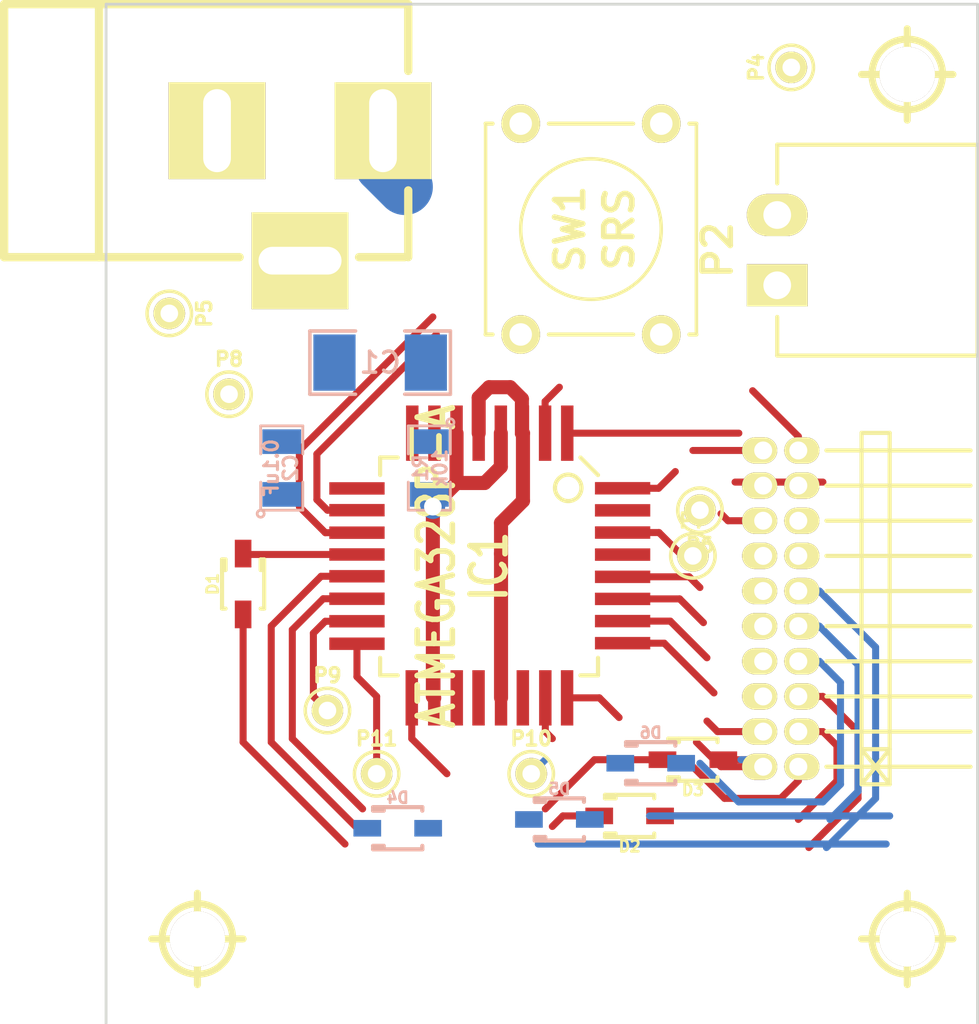
<source format=kicad_pcb>
(kicad_pcb (version 3) (host pcbnew "(2014-01-10 BZR 4027)-stable")

  (general
    (links 52)
    (no_connects 44)
    (area 95.734999 97.53092 132.155001 137.8204)
    (thickness 1.6)
    (drawings 3)
    (tracks 117)
    (zones 0)
    (modules 25)
    (nets 32)
  )

  (page A3)
  (layers
    (15 F.Cu signal)
    (0 B.Cu signal)
    (16 B.Adhes user)
    (17 F.Adhes user)
    (18 B.Paste user)
    (19 F.Paste user)
    (20 B.SilkS user)
    (21 F.SilkS user)
    (22 B.Mask user)
    (23 F.Mask user)
    (24 Dwgs.User user)
    (25 Cmts.User user)
    (26 Eco1.User user)
    (27 Eco2.User user)
    (28 Edge.Cuts user)
  )

  (setup
    (last_trace_width 0.254)
    (trace_clearance 0.254)
    (zone_clearance 0.508)
    (zone_45_only no)
    (trace_min 0.254)
    (segment_width 0.2)
    (edge_width 0.1)
    (via_size 0.889)
    (via_drill 0.635)
    (via_min_size 0.889)
    (via_min_drill 0.508)
    (uvia_size 0.508)
    (uvia_drill 0.127)
    (uvias_allowed no)
    (uvia_min_size 0.508)
    (uvia_min_drill 0.127)
    (pcb_text_width 0.3)
    (pcb_text_size 1.5 1.5)
    (mod_edge_width 0.15)
    (mod_text_size 1 1)
    (mod_text_width 0.15)
    (pad_size 1.524 2.19964)
    (pad_drill 1.00076)
    (pad_to_mask_clearance 0)
    (aux_axis_origin 100.076 100.076)
    (visible_elements 7FFE3BFF)
    (pcbplotparams
      (layerselection 284196865)
      (usegerberextensions true)
      (excludeedgelayer true)
      (linewidth 0.150000)
      (plotframeref false)
      (viasonmask false)
      (mode 1)
      (useauxorigin false)
      (hpglpennumber 1)
      (hpglpenspeed 20)
      (hpglpendiameter 15)
      (hpglpenoverlay 2)
      (psnegative false)
      (psa4output false)
      (plotreference true)
      (plotvalue true)
      (plotothertext true)
      (plotinvisibletext false)
      (padsonsilk false)
      (subtractmaskfromsilk false)
      (outputformat 1)
      (mirror false)
      (drillshape 0)
      (scaleselection 1)
      (outputdirectory D:/Tests/workspace/4DMC-Model/Firmware/cc-pcb/cc-pcb/))
  )

  (net 0 "")
  (net 1 GND)
  (net 2 N-0000010)
  (net 3 N-0000011)
  (net 4 N-0000012)
  (net 5 N-0000013)
  (net 6 N-0000014)
  (net 7 N-0000015)
  (net 8 N-0000016)
  (net 9 N-0000017)
  (net 10 N-0000018)
  (net 11 N-0000019)
  (net 12 N-000002)
  (net 13 N-0000020)
  (net 14 N-0000021)
  (net 15 N-0000022)
  (net 16 N-0000023)
  (net 17 N-0000024)
  (net 18 N-0000025)
  (net 19 N-0000026)
  (net 20 N-0000027)
  (net 21 N-000003)
  (net 22 N-0000030)
  (net 23 N-0000031)
  (net 24 N-0000033)
  (net 25 N-000004)
  (net 26 N-000005)
  (net 27 N-000006)
  (net 28 N-000007)
  (net 29 N-000008)
  (net 30 N-000009)
  (net 31 VCC)

  (net_class Default "This is the default net class."
    (clearance 0.254)
    (trace_width 0.254)
    (via_dia 0.889)
    (via_drill 0.635)
    (uvia_dia 0.508)
    (uvia_drill 0.127)
    (add_net "")
    (add_net N-0000010)
    (add_net N-0000011)
    (add_net N-0000012)
    (add_net N-0000013)
    (add_net N-0000014)
    (add_net N-0000015)
    (add_net N-0000016)
    (add_net N-0000017)
    (add_net N-0000018)
    (add_net N-0000019)
    (add_net N-000002)
    (add_net N-0000020)
    (add_net N-0000021)
    (add_net N-0000022)
    (add_net N-0000023)
    (add_net N-0000024)
    (add_net N-0000025)
    (add_net N-0000026)
    (add_net N-0000027)
    (add_net N-000003)
    (add_net N-0000030)
    (add_net N-0000031)
    (add_net N-0000033)
    (add_net N-000004)
    (add_net N-000005)
    (add_net N-000006)
    (add_net N-000007)
    (add_net N-000008)
    (add_net N-000009)
  )

  (net_class PWR ""
    (clearance 0.508)
    (trace_width 2.032)
    (via_dia 0.889)
    (via_drill 0.635)
    (uvia_dia 0.508)
    (uvia_drill 0.127)
  )

  (net_class PWRIC ""
    (clearance 0.254)
    (trace_width 0.508)
    (via_dia 0.889)
    (via_drill 0.635)
    (uvia_dia 0.508)
    (uvia_drill 0.127)
    (add_net GND)
    (add_net VCC)
  )

  (module SM1206 (layer B.Cu) (tedit 42806E24) (tstamp 54086CD2)
    (at 109.982 113.03 180)
    (path /53FCF596)
    (attr smd)
    (fp_text reference C1 (at 0 0 180) (layer B.SilkS)
      (effects (font (size 0.762 0.762) (thickness 0.127)) (justify mirror))
    )
    (fp_text value 10uF (at 0 0 180) (layer B.SilkS) hide
      (effects (font (size 0.762 0.762) (thickness 0.127)) (justify mirror))
    )
    (fp_line (start -2.54 1.143) (end -2.54 -1.143) (layer B.SilkS) (width 0.127))
    (fp_line (start -2.54 -1.143) (end -0.889 -1.143) (layer B.SilkS) (width 0.127))
    (fp_line (start 0.889 1.143) (end 2.54 1.143) (layer B.SilkS) (width 0.127))
    (fp_line (start 2.54 1.143) (end 2.54 -1.143) (layer B.SilkS) (width 0.127))
    (fp_line (start 2.54 -1.143) (end 0.889 -1.143) (layer B.SilkS) (width 0.127))
    (fp_line (start -0.889 1.143) (end -2.54 1.143) (layer B.SilkS) (width 0.127))
    (pad 1 smd rect (at -1.651 0 180) (size 1.524 2.032)
      (layers B.Cu B.Paste B.Mask)
      (net 31 VCC)
    )
    (pad 2 smd rect (at 1.651 0 180) (size 1.524 2.032)
      (layers B.Cu B.Paste B.Mask)
      (net 1 GND)
    )
    (model smd/chip_cms.wrl
      (at (xyz 0 0 0))
      (scale (xyz 0.17 0.16 0.16))
      (rotate (xyz 0 0 0))
    )
  )

  (module SM0805 (layer B.Cu) (tedit 54573F2D) (tstamp 542AF8C8)
    (at 111.76 116.84 270)
    (path /53FCE49F)
    (attr smd)
    (fp_text reference R1 (at 0 0.3175 270) (layer B.SilkS)
      (effects (font (size 0.50038 0.50038) (thickness 0.10922)) (justify mirror))
    )
    (fp_text value 10k (at 0 -0.381 270) (layer B.SilkS)
      (effects (font (size 0.50038 0.50038) (thickness 0.10922)) (justify mirror))
    )
    (fp_circle (center -1.651 -0.762) (end -1.651 -0.635) (layer B.SilkS) (width 0.09906))
    (fp_line (start -0.508 -0.762) (end -1.524 -0.762) (layer B.SilkS) (width 0.09906))
    (fp_line (start -1.524 -0.762) (end -1.524 0.762) (layer B.SilkS) (width 0.09906))
    (fp_line (start -1.524 0.762) (end -0.508 0.762) (layer B.SilkS) (width 0.09906))
    (fp_line (start 0.508 0.762) (end 1.524 0.762) (layer B.SilkS) (width 0.09906))
    (fp_line (start 1.524 0.762) (end 1.524 -0.762) (layer B.SilkS) (width 0.09906))
    (fp_line (start 1.524 -0.762) (end 0.508 -0.762) (layer B.SilkS) (width 0.09906))
    (pad 1 smd rect (at -0.9525 0 270) (size 0.889 1.397)
      (layers B.Cu B.Paste B.Mask)
      (net 31 VCC)
    )
    (pad 2 smd rect (at 0.9525 0 270) (size 0.889 1.397)
      (layers B.Cu B.Paste B.Mask)
      (net 3 N-0000011)
    )
    (model smd/chip_cms.wrl
      (at (xyz 0 0 0))
      (scale (xyz 0.1 0.1 0.1))
      (rotate (xyz 0 0 0))
    )
  )

  (module SM0805 (layer B.Cu) (tedit 5091495C) (tstamp 54574AF1)
    (at 106.426 116.84 90)
    (path /53FCE3B4)
    (attr smd)
    (fp_text reference C2 (at 0 0.3175 90) (layer B.SilkS)
      (effects (font (size 0.50038 0.50038) (thickness 0.10922)) (justify mirror))
    )
    (fp_text value 0.1uF (at 0 -0.381 90) (layer B.SilkS)
      (effects (font (size 0.50038 0.50038) (thickness 0.10922)) (justify mirror))
    )
    (fp_circle (center -1.651 -0.762) (end -1.651 -0.635) (layer B.SilkS) (width 0.09906))
    (fp_line (start -0.508 -0.762) (end -1.524 -0.762) (layer B.SilkS) (width 0.09906))
    (fp_line (start -1.524 -0.762) (end -1.524 0.762) (layer B.SilkS) (width 0.09906))
    (fp_line (start -1.524 0.762) (end -0.508 0.762) (layer B.SilkS) (width 0.09906))
    (fp_line (start 0.508 0.762) (end 1.524 0.762) (layer B.SilkS) (width 0.09906))
    (fp_line (start 1.524 0.762) (end 1.524 -0.762) (layer B.SilkS) (width 0.09906))
    (fp_line (start 1.524 -0.762) (end 0.508 -0.762) (layer B.SilkS) (width 0.09906))
    (pad 1 smd rect (at -0.9525 0 90) (size 0.889 1.397)
      (layers B.Cu B.Paste B.Mask)
      (net 3 N-0000011)
    )
    (pad 2 smd rect (at 0.9525 0 90) (size 0.889 1.397)
      (layers B.Cu B.Paste B.Mask)
      (net 4 N-0000012)
    )
    (model smd/chip_cms.wrl
      (at (xyz 0 0 0))
      (scale (xyz 0.1 0.1 0.1))
      (rotate (xyz 0 0 0))
    )
  )

  (module hole_2mm (layer F.Cu) (tedit 543133C4) (tstamp 542C63A6)
    (at 129.032 102.616)
    (descr "Hole 2mm")
    (fp_text reference H1 (at 0 -2.794) (layer F.SilkS) hide
      (effects (font (size 1.524 1.524) (thickness 0.3048)))
    )
    (fp_text value "" (at 0 2.54) (layer F.SilkS)
      (effects (font (size 1.524 1.524) (thickness 0.3048)))
    )
    (fp_line (start 0 -1.651) (end 0 1.651) (layer F.SilkS) (width 0.254))
    (fp_line (start -1.651 0) (end 1.651 0) (layer F.SilkS) (width 0.254))
    (fp_circle (center 0 0) (end 1.27 -0.127) (layer F.SilkS) (width 0.254))
    (pad 1 thru_hole circle (at 0 0) (size 1.99898 1.99898) (drill 1.99898)
      (layers *.Cu F.SilkS)
    )
    (model walter/details/hole.wrl
      (at (xyz 0 0 0))
      (scale (xyz 1 1 1))
      (rotate (xyz 0 0 0))
    )
  )

  (module hole_2mm (layer F.Cu) (tedit 543133CC) (tstamp 542C63B5)
    (at 129.032 133.858)
    (descr "Hole 2mm")
    (fp_text reference H2 (at 0 -2.794) (layer F.SilkS) hide
      (effects (font (size 1.524 1.524) (thickness 0.3048)))
    )
    (fp_text value "" (at 0 2.54) (layer F.SilkS)
      (effects (font (size 1.524 1.524) (thickness 0.3048)))
    )
    (fp_line (start 0 -1.651) (end 0 1.651) (layer F.SilkS) (width 0.254))
    (fp_line (start -1.651 0) (end 1.651 0) (layer F.SilkS) (width 0.254))
    (fp_circle (center 0 0) (end 1.27 -0.127) (layer F.SilkS) (width 0.254))
    (pad 1 thru_hole circle (at 0 0) (size 1.99898 1.99898) (drill 1.99898)
      (layers *.Cu F.SilkS)
    )
    (model walter/details/hole.wrl
      (at (xyz 0 0 0))
      (scale (xyz 1 1 1))
      (rotate (xyz 0 0 0))
    )
  )

  (module hole_2mm (layer F.Cu) (tedit 543133D6) (tstamp 542C63D4)
    (at 103.378 133.858)
    (descr "Hole 2mm")
    (fp_text reference H3 (at 0 -2.794) (layer F.SilkS) hide
      (effects (font (size 1.524 1.524) (thickness 0.3048)))
    )
    (fp_text value "" (at 0 2.54) (layer F.SilkS)
      (effects (font (size 1.524 1.524) (thickness 0.3048)))
    )
    (fp_line (start 0 -1.651) (end 0 1.651) (layer F.SilkS) (width 0.254))
    (fp_line (start -1.651 0) (end 1.651 0) (layer F.SilkS) (width 0.254))
    (fp_circle (center 0 0) (end 1.27 -0.127) (layer F.SilkS) (width 0.254))
    (pad 1 thru_hole circle (at 0 0) (size 1.99898 1.99898) (drill 1.99898)
      (layers *.Cu F.SilkS)
    )
    (model walter/details/hole.wrl
      (at (xyz 0 0 0))
      (scale (xyz 1 1 1))
      (rotate (xyz 0 0 0))
    )
  )

  (module TQFP32 (layer F.Cu) (tedit 543131AB) (tstamp 54573C7F)
    (at 113.919 120.396 270)
    (path /53F3A6E6)
    (fp_text reference IC1 (at 0 0 270) (layer F.SilkS)
      (effects (font (size 1.27 1.016) (thickness 0.2032)))
    )
    (fp_text value ATMEGA328P-A (at 0 1.905 270) (layer F.SilkS)
      (effects (font (size 1.27 1.016) (thickness 0.2032)))
    )
    (fp_line (start 3.937 3.937) (end 3.937 3.302) (layer F.SilkS) (width 0.15))
    (fp_line (start 3.302 3.937) (end 3.937 3.937) (layer F.SilkS) (width 0.15))
    (fp_line (start -3.937 3.937) (end -3.302 3.937) (layer F.SilkS) (width 0.15))
    (fp_line (start -3.937 3.302) (end -3.937 3.937) (layer F.SilkS) (width 0.15))
    (fp_line (start -3.302 -3.937) (end -3.937 -3.302) (layer F.SilkS) (width 0.15))
    (fp_line (start 3.937 -3.937) (end 3.302 -3.937) (layer F.SilkS) (width 0.15))
    (fp_line (start 3.937 -3.937) (end 3.937 -3.302) (layer F.SilkS) (width 0.15))
    (fp_line (start -5.0292 2.794) (end -3.8862 2.794) (layer F.SilkS) (width 0.1524))
    (fp_circle (center -2.83972 -2.86004) (end -2.43332 -2.60604) (layer F.SilkS) (width 0.1524))
    (pad 8 smd rect (at -4.81584 2.77622 270) (size 1.99898 0.44958)
      (layers F.Cu F.Paste F.Mask)
      (net 25 N-000004)
    )
    (pad 7 smd rect (at -4.81584 1.97612 270) (size 1.99898 0.44958)
      (layers F.Cu F.Paste F.Mask)
    )
    (pad 6 smd rect (at -4.81584 1.17602 270) (size 1.99898 0.44958)
      (layers F.Cu F.Paste F.Mask)
      (net 31 VCC)
    )
    (pad 5 smd rect (at -4.81584 0.37592 270) (size 1.99898 0.44958)
      (layers F.Cu F.Paste F.Mask)
      (net 1 GND)
    )
    (pad 4 smd rect (at -4.81584 -0.42418 270) (size 1.99898 0.44958)
      (layers F.Cu F.Paste F.Mask)
      (net 31 VCC)
    )
    (pad 3 smd rect (at -4.81584 -1.22428 270) (size 1.99898 0.44958)
      (layers F.Cu F.Paste F.Mask)
      (net 1 GND)
    )
    (pad 2 smd rect (at -4.81584 -2.02438 270) (size 1.99898 0.44958)
      (layers F.Cu F.Paste F.Mask)
      (net 20 N-0000027)
    )
    (pad 1 smd rect (at -4.81584 -2.82448 270) (size 1.99898 0.44958)
      (layers F.Cu F.Paste F.Mask)
      (net 27 N-000006)
    )
    (pad 24 smd rect (at 4.7498 -2.8194 270) (size 1.99898 0.44958)
      (layers F.Cu F.Paste F.Mask)
      (net 15 N-0000022)
    )
    (pad 17 smd rect (at 4.7498 2.794 270) (size 1.99898 0.44958)
      (layers F.Cu F.Paste F.Mask)
      (net 30 N-000009)
    )
    (pad 18 smd rect (at 4.7498 1.9812 270) (size 1.99898 0.44958)
      (layers F.Cu F.Paste F.Mask)
      (net 31 VCC)
    )
    (pad 19 smd rect (at 4.7498 1.1684 270) (size 1.99898 0.44958)
      (layers F.Cu F.Paste F.Mask)
    )
    (pad 20 smd rect (at 4.7498 0.381 270) (size 1.99898 0.44958)
      (layers F.Cu F.Paste F.Mask)
    )
    (pad 21 smd rect (at 4.7498 -0.4318 270) (size 1.99898 0.44958)
      (layers F.Cu F.Paste F.Mask)
      (net 1 GND)
    )
    (pad 22 smd rect (at 4.7498 -1.2192 270) (size 1.99898 0.44958)
      (layers F.Cu F.Paste F.Mask)
    )
    (pad 23 smd rect (at 4.7498 -2.032 270) (size 1.99898 0.44958)
      (layers F.Cu F.Paste F.Mask)
      (net 16 N-0000023)
    )
    (pad 32 smd rect (at -2.82448 -4.826 270) (size 0.44958 1.99898)
      (layers F.Cu F.Paste F.Mask)
      (net 12 N-000002)
    )
    (pad 31 smd rect (at -2.02692 -4.826 270) (size 0.44958 1.99898)
      (layers F.Cu F.Paste F.Mask)
      (net 21 N-000003)
    )
    (pad 30 smd rect (at -1.22428 -4.826 270) (size 0.44958 1.99898)
      (layers F.Cu F.Paste F.Mask)
      (net 28 N-000007)
    )
    (pad 29 smd rect (at -0.42672 -4.826 270) (size 0.44958 1.99898)
      (layers F.Cu F.Paste F.Mask)
      (net 3 N-0000011)
    )
    (pad 28 smd rect (at 0.37592 -4.826 270) (size 0.44958 1.99898)
      (layers F.Cu F.Paste F.Mask)
      (net 26 N-000005)
    )
    (pad 27 smd rect (at 1.17348 -4.826 270) (size 0.44958 1.99898)
      (layers F.Cu F.Paste F.Mask)
      (net 8 N-0000016)
    )
    (pad 26 smd rect (at 1.97612 -4.826 270) (size 0.44958 1.99898)
      (layers F.Cu F.Paste F.Mask)
      (net 9 N-0000017)
    )
    (pad 25 smd rect (at 2.77368 -4.826 270) (size 0.44958 1.99898)
      (layers F.Cu F.Paste F.Mask)
      (net 14 N-0000021)
    )
    (pad 9 smd rect (at -2.8194 4.7752 270) (size 0.44958 1.99898)
      (layers F.Cu F.Paste F.Mask)
      (net 22 N-0000030)
    )
    (pad 10 smd rect (at -2.032 4.7752 270) (size 0.44958 1.99898)
      (layers F.Cu F.Paste F.Mask)
      (net 23 N-0000031)
    )
    (pad 11 smd rect (at -1.2192 4.7752 270) (size 0.44958 1.99898)
      (layers F.Cu F.Paste F.Mask)
      (net 24 N-0000033)
    )
    (pad 12 smd rect (at -0.4318 4.7752 270) (size 0.44958 1.99898)
      (layers F.Cu F.Paste F.Mask)
      (net 19 N-0000026)
    )
    (pad 13 smd rect (at 0.3556 4.7752 270) (size 0.44958 1.99898)
      (layers F.Cu F.Paste F.Mask)
      (net 17 N-0000024)
    )
    (pad 14 smd rect (at 1.1684 4.7752 270) (size 0.44958 1.99898)
      (layers F.Cu F.Paste F.Mask)
      (net 18 N-0000025)
    )
    (pad 15 smd rect (at 1.9812 4.7752 270) (size 0.44958 1.99898)
      (layers F.Cu F.Paste F.Mask)
      (net 29 N-000008)
    )
    (pad 16 smd rect (at 2.794 4.7752 270) (size 0.44958 1.99898)
      (layers F.Cu F.Paste F.Mask)
      (net 2 N-0000010)
    )
    (model smd/tqfp32.wrl
      (at (xyz 0 0 0))
      (scale (xyz 1 1 1))
      (rotate (xyz 0 0 0))
    )
  )

  (module sod323 (layer F.Cu) (tedit 5431310D) (tstamp 5427F194)
    (at 105.029 121.031 90)
    (descr SOD323)
    (path /53F3AA52)
    (fp_text reference D1 (at 0 -1.09982 90) (layer F.SilkS)
      (effects (font (size 0.39878 0.39878) (thickness 0.09906)))
    )
    (fp_text value DIODE (at 0 1.19888 90) (layer F.SilkS) hide
      (effects (font (size 0.39878 0.39878) (thickness 0.09906)))
    )
    (fp_line (start 0.889 0.635) (end 0.889 0.762) (layer F.SilkS) (width 0.15))
    (fp_line (start 0.508 0.635) (end 0.508 0.762) (layer F.SilkS) (width 0.15))
    (fp_line (start 0.889 -0.762) (end 0.889 -0.635) (layer F.SilkS) (width 0.15))
    (fp_line (start 0.508 -0.762) (end 0.508 -0.635) (layer F.SilkS) (width 0.15))
    (fp_line (start 0.508 0.635) (end 0.889 0.635) (layer F.SilkS) (width 0.15))
    (fp_line (start 0.889 -0.635) (end 0.508 -0.635) (layer F.SilkS) (width 0.15))
    (fp_line (start -0.889 0.762) (end -0.889 0.635) (layer F.SilkS) (width 0.15))
    (fp_line (start 0.889 0.762) (end -0.889 0.762) (layer F.SilkS) (width 0.15))
    (fp_line (start -0.889 -0.762) (end -0.889 -0.635) (layer F.SilkS) (width 0.15))
    (fp_line (start 0.889 -0.762) (end -0.889 -0.762) (layer F.SilkS) (width 0.15))
    (pad 2 smd rect (at 1.09982 0 90) (size 1.00076 0.59944)
      (layers F.Cu F.Paste F.Mask)
      (net 19 N-0000026)
    )
    (pad 1 smd rect (at -1.09982 0 90) (size 1.00076 0.59944)
      (layers F.Cu F.Paste F.Mask)
      (net 7 N-0000015)
    )
    (model walter/smd_diode/sod323.wrl
      (at (xyz 0 0 0))
      (scale (xyz 1 1 1))
      (rotate (xyz 0 0 0))
    )
  )

  (module sod323 (layer F.Cu) (tedit 54313116) (tstamp 5427F185)
    (at 118.999 129.413 180)
    (descr SOD323)
    (path /53F3AAD7)
    (fp_text reference D2 (at 0 -1.09982 180) (layer F.SilkS)
      (effects (font (size 0.39878 0.39878) (thickness 0.09906)))
    )
    (fp_text value DIODE (at 0 1.19888 180) (layer F.SilkS) hide
      (effects (font (size 0.39878 0.39878) (thickness 0.09906)))
    )
    (fp_line (start 0.889 0.635) (end 0.889 0.762) (layer F.SilkS) (width 0.15))
    (fp_line (start 0.508 0.635) (end 0.508 0.762) (layer F.SilkS) (width 0.15))
    (fp_line (start 0.889 -0.762) (end 0.889 -0.635) (layer F.SilkS) (width 0.15))
    (fp_line (start 0.508 -0.762) (end 0.508 -0.635) (layer F.SilkS) (width 0.15))
    (fp_line (start 0.508 0.635) (end 0.889 0.635) (layer F.SilkS) (width 0.15))
    (fp_line (start 0.889 -0.635) (end 0.508 -0.635) (layer F.SilkS) (width 0.15))
    (fp_line (start -0.889 0.762) (end -0.889 0.635) (layer F.SilkS) (width 0.15))
    (fp_line (start 0.889 0.762) (end -0.889 0.762) (layer F.SilkS) (width 0.15))
    (fp_line (start -0.889 -0.762) (end -0.889 -0.635) (layer F.SilkS) (width 0.15))
    (fp_line (start 0.889 -0.762) (end -0.889 -0.762) (layer F.SilkS) (width 0.15))
    (pad 2 smd rect (at 1.09982 0 180) (size 1.00076 0.59944)
      (layers F.Cu F.Paste F.Mask)
      (net 17 N-0000024)
    )
    (pad 1 smd rect (at -1.09982 0 180) (size 1.00076 0.59944)
      (layers F.Cu F.Paste F.Mask)
      (net 6 N-0000014)
    )
    (model walter/smd_diode/sod323.wrl
      (at (xyz 0 0 0))
      (scale (xyz 1 1 1))
      (rotate (xyz 0 0 0))
    )
  )

  (module sod323 (layer F.Cu) (tedit 54313120) (tstamp 542AF62B)
    (at 121.285 127.381 180)
    (descr SOD323)
    (path /53F3ACD2)
    (fp_text reference D3 (at 0 -1.09982 180) (layer F.SilkS)
      (effects (font (size 0.39878 0.39878) (thickness 0.09906)))
    )
    (fp_text value DIODE (at 0 1.19888 180) (layer F.SilkS) hide
      (effects (font (size 0.39878 0.39878) (thickness 0.09906)))
    )
    (fp_line (start 0.889 0.635) (end 0.889 0.762) (layer F.SilkS) (width 0.15))
    (fp_line (start 0.508 0.635) (end 0.508 0.762) (layer F.SilkS) (width 0.15))
    (fp_line (start 0.889 -0.762) (end 0.889 -0.635) (layer F.SilkS) (width 0.15))
    (fp_line (start 0.508 -0.762) (end 0.508 -0.635) (layer F.SilkS) (width 0.15))
    (fp_line (start 0.508 0.635) (end 0.889 0.635) (layer F.SilkS) (width 0.15))
    (fp_line (start 0.889 -0.635) (end 0.508 -0.635) (layer F.SilkS) (width 0.15))
    (fp_line (start -0.889 0.762) (end -0.889 0.635) (layer F.SilkS) (width 0.15))
    (fp_line (start 0.889 0.762) (end -0.889 0.762) (layer F.SilkS) (width 0.15))
    (fp_line (start -0.889 -0.762) (end -0.889 -0.635) (layer F.SilkS) (width 0.15))
    (fp_line (start 0.889 -0.762) (end -0.889 -0.762) (layer F.SilkS) (width 0.15))
    (pad 2 smd rect (at 1.09982 0 180) (size 1.00076 0.59944)
      (layers F.Cu F.Paste F.Mask)
      (net 18 N-0000025)
    )
    (pad 1 smd rect (at -1.09982 0 180) (size 1.00076 0.59944)
      (layers F.Cu F.Paste F.Mask)
      (net 5 N-0000013)
    )
    (model walter/smd_diode/sod323.wrl
      (at (xyz 0 0 0))
      (scale (xyz 1 1 1))
      (rotate (xyz 0 0 0))
    )
  )

  (module sod323 (layer B.Cu) (tedit 54313158) (tstamp 5457E99B)
    (at 110.617 129.8575 180)
    (descr SOD323)
    (path /53F3ACD8)
    (fp_text reference D4 (at 0 1.09982 180) (layer B.SilkS)
      (effects (font (size 0.39878 0.39878) (thickness 0.09906)) (justify mirror))
    )
    (fp_text value DIODE (at 0 -1.19888 180) (layer B.SilkS) hide
      (effects (font (size 0.39878 0.39878) (thickness 0.09906)) (justify mirror))
    )
    (fp_line (start 0.889 -0.635) (end 0.889 -0.762) (layer B.SilkS) (width 0.15))
    (fp_line (start 0.508 -0.635) (end 0.508 -0.762) (layer B.SilkS) (width 0.15))
    (fp_line (start 0.889 0.762) (end 0.889 0.635) (layer B.SilkS) (width 0.15))
    (fp_line (start 0.508 0.762) (end 0.508 0.635) (layer B.SilkS) (width 0.15))
    (fp_line (start 0.508 -0.635) (end 0.889 -0.635) (layer B.SilkS) (width 0.15))
    (fp_line (start 0.889 0.635) (end 0.508 0.635) (layer B.SilkS) (width 0.15))
    (fp_line (start -0.889 -0.762) (end -0.889 -0.635) (layer B.SilkS) (width 0.15))
    (fp_line (start 0.889 -0.762) (end -0.889 -0.762) (layer B.SilkS) (width 0.15))
    (fp_line (start -0.889 0.762) (end -0.889 0.635) (layer B.SilkS) (width 0.15))
    (fp_line (start 0.889 0.762) (end -0.889 0.762) (layer B.SilkS) (width 0.15))
    (pad 2 smd rect (at 1.09982 0 180) (size 1.00076 0.59944)
      (layers B.Cu B.Paste B.Mask)
      (net 29 N-000008)
    )
    (pad 1 smd rect (at -1.09982 0 180) (size 1.00076 0.59944)
      (layers B.Cu B.Paste B.Mask)
      (net 11 N-0000019)
    )
    (model walter/smd_diode/sod323.wrl
      (at (xyz 0 0 0))
      (scale (xyz 1 1 1))
      (rotate (xyz 0 0 0))
    )
  )

  (module sod323 (layer B.Cu) (tedit 54313148) (tstamp 5457E98A)
    (at 116.459 129.54 180)
    (descr SOD323)
    (path /53F3ACEC)
    (fp_text reference D5 (at 0 1.09982 180) (layer B.SilkS)
      (effects (font (size 0.39878 0.39878) (thickness 0.09906)) (justify mirror))
    )
    (fp_text value DIODE (at 0 -1.19888 180) (layer B.SilkS) hide
      (effects (font (size 0.39878 0.39878) (thickness 0.09906)) (justify mirror))
    )
    (fp_line (start 0.889 -0.635) (end 0.889 -0.762) (layer B.SilkS) (width 0.15))
    (fp_line (start 0.508 -0.635) (end 0.508 -0.762) (layer B.SilkS) (width 0.15))
    (fp_line (start 0.889 0.762) (end 0.889 0.635) (layer B.SilkS) (width 0.15))
    (fp_line (start 0.508 0.762) (end 0.508 0.635) (layer B.SilkS) (width 0.15))
    (fp_line (start 0.508 -0.635) (end 0.889 -0.635) (layer B.SilkS) (width 0.15))
    (fp_line (start 0.889 0.635) (end 0.508 0.635) (layer B.SilkS) (width 0.15))
    (fp_line (start -0.889 -0.762) (end -0.889 -0.635) (layer B.SilkS) (width 0.15))
    (fp_line (start 0.889 -0.762) (end -0.889 -0.762) (layer B.SilkS) (width 0.15))
    (fp_line (start -0.889 0.762) (end -0.889 0.635) (layer B.SilkS) (width 0.15))
    (fp_line (start 0.889 0.762) (end -0.889 0.762) (layer B.SilkS) (width 0.15))
    (pad 2 smd rect (at 1.09982 0 180) (size 1.00076 0.59944)
      (layers B.Cu B.Paste B.Mask)
      (net 2 N-0000010)
    )
    (pad 1 smd rect (at -1.09982 0 180) (size 1.00076 0.59944)
      (layers B.Cu B.Paste B.Mask)
      (net 10 N-0000018)
    )
    (model walter/smd_diode/sod323.wrl
      (at (xyz 0 0 0))
      (scale (xyz 1 1 1))
      (rotate (xyz 0 0 0))
    )
  )

  (module sod323 (layer B.Cu) (tedit 5431312F) (tstamp 54086CC6)
    (at 119.761 127.508 180)
    (descr SOD323)
    (path /53F3ACF3)
    (fp_text reference D6 (at 0 1.09982 180) (layer B.SilkS)
      (effects (font (size 0.39878 0.39878) (thickness 0.09906)) (justify mirror))
    )
    (fp_text value DIODE (at 0 -1.19888 180) (layer B.SilkS) hide
      (effects (font (size 0.39878 0.39878) (thickness 0.09906)) (justify mirror))
    )
    (fp_line (start 0.889 -0.635) (end 0.889 -0.762) (layer B.SilkS) (width 0.15))
    (fp_line (start 0.508 -0.635) (end 0.508 -0.762) (layer B.SilkS) (width 0.15))
    (fp_line (start 0.889 0.762) (end 0.889 0.635) (layer B.SilkS) (width 0.15))
    (fp_line (start 0.508 0.762) (end 0.508 0.635) (layer B.SilkS) (width 0.15))
    (fp_line (start 0.508 -0.635) (end 0.889 -0.635) (layer B.SilkS) (width 0.15))
    (fp_line (start 0.889 0.635) (end 0.508 0.635) (layer B.SilkS) (width 0.15))
    (fp_line (start -0.889 -0.762) (end -0.889 -0.635) (layer B.SilkS) (width 0.15))
    (fp_line (start 0.889 -0.762) (end -0.889 -0.762) (layer B.SilkS) (width 0.15))
    (fp_line (start -0.889 0.762) (end -0.889 0.635) (layer B.SilkS) (width 0.15))
    (fp_line (start 0.889 0.762) (end -0.889 0.762) (layer B.SilkS) (width 0.15))
    (pad 2 smd rect (at 1.09982 0 180) (size 1.00076 0.59944)
      (layers B.Cu B.Paste B.Mask)
      (net 30 N-000009)
    )
    (pad 1 smd rect (at -1.09982 0 180) (size 1.00076 0.59944)
      (layers B.Cu B.Paste B.Mask)
      (net 13 N-0000020)
    )
    (model walter/smd_diode/sod323.wrl
      (at (xyz 0 0 0))
      (scale (xyz 1 1 1))
      (rotate (xyz 0 0 0))
    )
  )

  (module BARREL_JACK (layer F.Cu) (tedit 54313236) (tstamp 54155EB4)
    (at 103.886 104.648)
    (descr "DC Barrel Jack")
    (tags "Power Jack")
    (path /53FA2BF3)
    (fp_text reference CON1 (at 10.09904 0 90) (layer F.SilkS) hide
      (effects (font (size 1.016 1.016) (thickness 0.2032)))
    )
    (fp_text value BARREL_JACK (at 0 -5.99948) (layer F.SilkS) hide
      (effects (font (size 1.016 1.016) (thickness 0.2032)))
    )
    (fp_line (start -7.493 4.572) (end 1.016 4.572) (layer F.SilkS) (width 0.3))
    (fp_line (start -7.493 -4.572) (end -7.493 4.572) (layer F.SilkS) (width 0.3))
    (fp_line (start -4.064 -4.572) (end -4.064 4.572) (layer F.SilkS) (width 0.3))
    (fp_line (start 7.112 -4.572) (end -7.493 -4.572) (layer F.SilkS) (width 0.3))
    (fp_line (start 7.112 -2.159) (end 7.112 -4.572) (layer F.SilkS) (width 0.3))
    (fp_line (start 7.112 4.572) (end 7.112 2.159) (layer F.SilkS) (width 0.3))
    (fp_line (start 6.985 4.572) (end 5.334 4.572) (layer F.SilkS) (width 0.3))
    (pad 1 thru_hole rect (at 6.20014 0) (size 3.50012 3.50012) (drill oval 1.00076 2.99974)
      (layers *.Cu *.Mask F.SilkS)
      (net 31 VCC)
    )
    (pad 2 thru_hole rect (at 0.20066 0) (size 3.50012 3.50012) (drill oval 1.00076 2.99974)
      (layers *.Cu *.Mask F.SilkS)
      (net 1 GND)
    )
    (pad 3 thru_hole rect (at 3.2004 4.699) (size 3.50012 3.50012) (drill oval 2.99974 1.00076)
      (layers *.Cu *.Mask F.SilkS)
      (net 1 GND)
    )
  )

  (module SW_PUSH_SMALL (layer F.Cu) (tedit 542EFF15) (tstamp 54086C72)
    (at 117.602 108.204 90)
    (path /53FA22FD)
    (fp_text reference SW1 (at 0 -0.762 90) (layer F.SilkS)
      (effects (font (size 1.016 1.016) (thickness 0.2032)))
    )
    (fp_text value SRS (at 0 1.016 90) (layer F.SilkS)
      (effects (font (size 1.016 1.016) (thickness 0.2032)))
    )
    (fp_line (start -3.81 3.81) (end -3.81 3.556) (layer F.SilkS) (width 0.15))
    (fp_line (start -3.81 -1.524) (end -3.81 1.524) (layer F.SilkS) (width 0.15))
    (fp_line (start -3.81 -3.81) (end -3.81 -3.556) (layer F.SilkS) (width 0.15))
    (fp_line (start 3.81 3.81) (end 3.81 3.556) (layer F.SilkS) (width 0.15))
    (fp_line (start 3.81 -1.524) (end 3.81 1.524) (layer F.SilkS) (width 0.15))
    (fp_line (start 3.81 -3.81) (end 3.81 -3.556) (layer F.SilkS) (width 0.15))
    (fp_circle (center 0 0) (end 0 -2.54) (layer F.SilkS) (width 0.127))
    (fp_line (start -3.81 -3.81) (end 3.81 -3.81) (layer F.SilkS) (width 0.127))
    (fp_line (start 3.81 3.81) (end -3.81 3.81) (layer F.SilkS) (width 0.127))
    (pad 1 thru_hole circle (at 3.81 -2.54 90) (size 1.397 1.397) (drill 0.8128)
      (layers *.Cu *.Mask F.SilkS)
      (net 25 N-000004)
    )
    (pad 2 thru_hole circle (at 3.81 2.54 90) (size 1.397 1.397) (drill 0.8128)
      (layers *.Cu *.Mask F.SilkS)
      (net 1 GND)
    )
    (pad 1 thru_hole circle (at -3.81 -2.54 90) (size 1.397 1.397) (drill 0.8128)
      (layers *.Cu *.Mask F.SilkS)
      (net 25 N-000004)
    )
    (pad 2 thru_hole circle (at -3.81 2.54 90) (size 1.397 1.397) (drill 0.8128)
      (layers *.Cu *.Mask F.SilkS)
      (net 1 GND)
    )
  )

  (module pin_strip_1.27mm_10x2_90b (layer F.Cu) (tedit 544A21BE) (tstamp 544A5C57)
    (at 124.46 121.92 90)
    (descr "Pin strip 1.27mm 10x2pin 90°")
    (tags "CONN DEV")
    (path /5424217B)
    (fp_text reference P1 (at 0 -2.3 90) (layer F.SilkS) hide
      (effects (font (size 1 1) (thickness 0.15)))
    )
    (fp_text value CONN_20 (at 0 -3.8 90) (layer F.SilkS) hide
      (effects (font (size 1 1) (thickness 0.15)))
    )
    (fp_line (start -6.35 3.937) (end -5.08 2.921) (layer F.SilkS) (width 0.15))
    (fp_line (start -6.35 2.921) (end -5.08 3.937) (layer F.SilkS) (width 0.15))
    (fp_line (start -5.08 2.921) (end -5.08 3.937) (layer F.SilkS) (width 0.15))
    (fp_line (start -6.35 2.921) (end -6.35 3.937) (layer F.SilkS) (width 0.15))
    (fp_line (start 6.35 3.937) (end -6.35 3.937) (layer F.SilkS) (width 0.15))
    (fp_line (start 6.35 2.921) (end 6.35 3.937) (layer F.SilkS) (width 0.15))
    (fp_line (start -6.35 2.921) (end 6.35 2.921) (layer F.SilkS) (width 0.15))
    (fp_line (start 5.715 1.651) (end 5.715 6.858) (layer F.SilkS) (width 0.15))
    (fp_line (start 4.445 1.651) (end 4.445 6.858) (layer F.SilkS) (width 0.15))
    (fp_line (start 3.175 1.651) (end 3.175 6.858) (layer F.SilkS) (width 0.15))
    (fp_line (start 1.905 1.651) (end 1.905 6.858) (layer F.SilkS) (width 0.15))
    (fp_line (start 0.635 1.651) (end 0.635 6.858) (layer F.SilkS) (width 0.15))
    (fp_line (start -0.635 1.651) (end -0.635 6.858) (layer F.SilkS) (width 0.15))
    (fp_line (start -1.905 1.651) (end -1.905 6.858) (layer F.SilkS) (width 0.15))
    (fp_line (start -3.175 1.651) (end -3.175 6.858) (layer F.SilkS) (width 0.15))
    (fp_line (start -5.715 1.651) (end -5.715 6.858) (layer F.SilkS) (width 0.15))
    (fp_line (start -4.445 1.651) (end -4.445 6.858) (layer F.SilkS) (width 0.15))
    (pad 1 thru_hole oval (at -5.715 0.635 90) (size 0.95 1.27) (drill 0.6477 (offset 0 0.127))
      (layers *.Cu *.Mask F.SilkS)
      (net 5 N-0000013)
    )
    (pad 2 thru_hole oval (at -5.715 -0.635 90) (size 0.95 1.27) (drill 0.6477 (offset 0 -0.127))
      (layers *.Cu *.Mask F.SilkS)
      (net 16 N-0000023)
    )
    (pad 3 thru_hole oval (at -4.445 0.635 90) (size 0.95 1.27) (drill 0.6477 (offset 0 0.127))
      (layers *.Cu *.Mask F.SilkS)
      (net 6 N-0000014)
    )
    (pad 4 thru_hole oval (at -4.445 -0.635 90) (size 0.95 1.27) (drill 0.6477 (offset 0 -0.127))
      (layers *.Cu *.Mask F.SilkS)
      (net 15 N-0000022)
    )
    (pad 5 thru_hole oval (at -3.175 0.635 90) (size 0.95 1.27) (drill 0.6477 (offset 0 0.127))
      (layers *.Cu *.Mask F.SilkS)
      (net 7 N-0000015)
    )
    (pad 6 thru_hole oval (at -3.175 -0.635 90) (size 0.95 1.27) (drill 0.6477 (offset 0 -0.127))
      (layers *.Cu *.Mask F.SilkS)
      (net 14 N-0000021)
    )
    (pad 7 thru_hole oval (at -1.905 0.635 90) (size 0.95 1.27) (drill 0.6477 (offset 0 0.127))
      (layers *.Cu *.Mask F.SilkS)
      (net 13 N-0000020)
    )
    (pad 8 thru_hole oval (at -1.905 -0.635 90) (size 0.95 1.27) (drill 0.6477 (offset 0 -0.127))
      (layers *.Cu *.Mask F.SilkS)
      (net 9 N-0000017)
    )
    (pad 10 thru_hole oval (at -0.635 -0.635 90) (size 0.95 1.27) (drill 0.6477 (offset 0 -0.127))
      (layers *.Cu *.Mask F.SilkS)
      (net 8 N-0000016)
    )
    (pad 12 thru_hole oval (at 0.635 -0.635 90) (size 0.95 1.27) (drill 0.6477 (offset 0 -0.127))
      (layers *.Cu *.Mask F.SilkS)
      (net 26 N-000005)
    )
    (pad 14 thru_hole oval (at 1.905 -0.635 90) (size 0.95 1.27) (drill 0.6477 (offset 0 -0.127))
      (layers *.Cu *.Mask F.SilkS)
      (net 28 N-000007)
    )
    (pad 16 thru_hole oval (at 3.175 -0.635 90) (size 0.95 1.27) (drill 0.6477 (offset 0 -0.127))
      (layers *.Cu *.Mask F.SilkS)
      (net 21 N-000003)
    )
    (pad 18 thru_hole oval (at 4.445 -0.635 90) (size 0.95 1.27) (drill 0.6477 (offset 0 -0.127))
      (layers *.Cu *.Mask F.SilkS)
      (net 12 N-000002)
    )
    (pad 20 thru_hole oval (at 5.715 -0.635 90) (size 0.95 1.27) (drill 0.6477 (offset 0 -0.127))
      (layers *.Cu *.Mask F.SilkS)
      (net 27 N-000006)
    )
    (pad 9 thru_hole oval (at -0.635 0.635 90) (size 0.95 1.27) (drill 0.6477 (offset 0 0.127))
      (layers *.Cu *.Mask F.SilkS)
      (net 10 N-0000018)
    )
    (pad 11 thru_hole oval (at 0.635 0.635 90) (size 0.95 1.27) (drill 0.6477 (offset 0 0.127))
      (layers *.Cu *.Mask F.SilkS)
      (net 11 N-0000019)
    )
    (pad 13 thru_hole oval (at 1.905 0.635 90) (size 0.95 1.27) (drill 0.6477 (offset 0 0.127))
      (layers *.Cu *.Mask F.SilkS)
      (net 24 N-0000033)
    )
    (pad 15 thru_hole oval (at 3.175 0.635 90) (size 0.95 1.27) (drill 0.6477 (offset 0 0.127))
      (layers *.Cu *.Mask F.SilkS)
      (net 23 N-0000031)
    )
    (pad 17 thru_hole oval (at 4.445 0.635 90) (size 0.95 1.27) (drill 0.6477 (offset 0 0.127))
      (layers *.Cu *.Mask F.SilkS)
      (net 22 N-0000030)
    )
    (pad 19 thru_hole oval (at 5.715 0.635 90) (size 0.95 1.27) (drill 0.6477 (offset 0 0.127))
      (layers *.Cu *.Mask F.SilkS)
      (net 20 N-0000027)
    )
  )

  (module PINTST (layer F.Cu) (tedit 3D649DF9) (tstamp 54551DFE)
    (at 121.285 120.015)
    (descr "module 1 pin (ou trou mecanique de percage)")
    (tags DEV)
    (path /54551C65)
    (fp_text reference P7 (at 0 -1.26746) (layer F.SilkS)
      (effects (font (size 0.508 0.508) (thickness 0.127)))
    )
    (fp_text value CONN_1 (at 0 1.27) (layer F.SilkS) hide
      (effects (font (size 0.508 0.508) (thickness 0.127)))
    )
    (fp_circle (center 0 0) (end -0.254 -0.762) (layer F.SilkS) (width 0.127))
    (pad 1 thru_hole circle (at 0 0) (size 1.143 1.143) (drill 0.635)
      (layers *.Cu *.Mask F.SilkS)
      (net 28 N-000007)
    )
    (model Pin_Array/pin_array_1x1.wrl
      (at (xyz 0 0 0))
      (scale (xyz 1 1 1))
      (rotate (xyz 0 0 0))
    )
  )

  (module PINTST (layer F.Cu) (tedit 3D649DF9) (tstamp 542B0274)
    (at 121.539 118.364 180)
    (descr "module 1 pin (ou trou mecanique de percage)")
    (tags DEV)
    (path /54551C74)
    (fp_text reference P6 (at 0 -1.26746 180) (layer F.SilkS)
      (effects (font (size 0.508 0.508) (thickness 0.127)))
    )
    (fp_text value CONN_1 (at 0 1.27 180) (layer F.SilkS) hide
      (effects (font (size 0.508 0.508) (thickness 0.127)))
    )
    (fp_circle (center 0 0) (end -0.254 -0.762) (layer F.SilkS) (width 0.127))
    (pad 1 thru_hole circle (at 0 0 180) (size 1.143 1.143) (drill 0.635)
      (layers *.Cu *.Mask F.SilkS)
      (net 21 N-000003)
    )
    (model Pin_Array/pin_array_1x1.wrl
      (at (xyz 0 0 0))
      (scale (xyz 1 1 1))
      (rotate (xyz 0 0 0))
    )
  )

  (module PINTST (layer F.Cu) (tedit 3D649DF9) (tstamp 5422CAC8)
    (at 102.362 111.252 270)
    (descr "module 1 pin (ou trou mecanique de percage)")
    (tags DEV)
    (path /54551C83)
    (fp_text reference P5 (at 0 -1.26746 270) (layer F.SilkS)
      (effects (font (size 0.508 0.508) (thickness 0.127)))
    )
    (fp_text value CONN_1 (at 0 1.27 270) (layer F.SilkS) hide
      (effects (font (size 0.508 0.508) (thickness 0.127)))
    )
    (fp_circle (center 0 0) (end -0.254 -0.762) (layer F.SilkS) (width 0.127))
    (pad 1 thru_hole circle (at 0 0 270) (size 1.143 1.143) (drill 0.635)
      (layers *.Cu *.Mask F.SilkS)
      (net 4 N-0000012)
    )
    (model Pin_Array/pin_array_1x1.wrl
      (at (xyz 0 0 0))
      (scale (xyz 1 1 1))
      (rotate (xyz 0 0 0))
    )
  )

  (module PINTST (layer F.Cu) (tedit 3D649DF9) (tstamp 5422CAB8)
    (at 124.841 102.362 90)
    (descr "module 1 pin (ou trou mecanique de percage)")
    (tags DEV)
    (path /54551BB2)
    (fp_text reference P4 (at 0 -1.26746 90) (layer F.SilkS)
      (effects (font (size 0.508 0.508) (thickness 0.127)))
    )
    (fp_text value CONN_1 (at 0 1.27 90) (layer F.SilkS) hide
      (effects (font (size 0.508 0.508) (thickness 0.127)))
    )
    (fp_circle (center 0 0) (end -0.254 -0.762) (layer F.SilkS) (width 0.127))
    (pad 1 thru_hole circle (at 0 0 90) (size 1.143 1.143) (drill 0.635)
      (layers *.Cu *.Mask F.SilkS)
      (net 1 GND)
    )
    (model Pin_Array/pin_array_1x1.wrl
      (at (xyz 0 0 0))
      (scale (xyz 1 1 1))
      (rotate (xyz 0 0 0))
    )
  )

  (module XH2.54_2-90 (layer F.Cu) (tedit 54569383) (tstamp 54551E0D)
    (at 124.333 108.966 90)
    (path /5411AEED)
    (fp_text reference P2 (at 0 -2.159 90) (layer F.SilkS)
      (effects (font (size 1.016 1.016) (thickness 0.2032)))
    )
    (fp_text value CONN_2 (at 0 -3.556 90) (layer F.SilkS) hide
      (effects (font (size 1.016 1.016) (thickness 0.2032)))
    )
    (fp_line (start -3.81 0) (end -3.81 7.239) (layer F.SilkS) (width 0.15))
    (fp_line (start -3.81 7.239) (end 3.81 7.239) (layer F.SilkS) (width 0.15))
    (fp_line (start 3.81 7.239) (end 3.81 0) (layer F.SilkS) (width 0.15))
    (fp_line (start -2.413 0) (end -3.81 0) (layer F.SilkS) (width 0.15))
    (fp_line (start 3.81 0) (end 2.413 0) (layer F.SilkS) (width 0.15))
    (pad 1 thru_hole rect (at -1.27 0 90) (size 1.524 2.19964) (drill 1.00076)
      (layers *.Cu *.Mask F.SilkS)
      (net 31 VCC)
    )
    (pad 2 thru_hole oval (at 1.27 0 90) (size 1.524 2.19964) (drill 1.00076)
      (layers *.Cu *.Mask F.SilkS)
      (net 1 GND)
    )
  )

  (module PINTST (layer F.Cu) (tedit 3D649DF9) (tstamp 5457992B)
    (at 104.521 114.173)
    (descr "module 1 pin (ou trou mecanique de percage)")
    (tags DEV)
    (path /545798A5)
    (fp_text reference P8 (at 0 -1.26746) (layer F.SilkS)
      (effects (font (size 0.508 0.508) (thickness 0.127)))
    )
    (fp_text value CONN_1 (at 0 1.27) (layer F.SilkS) hide
      (effects (font (size 0.508 0.508) (thickness 0.127)))
    )
    (fp_circle (center 0 0) (end -0.254 -0.762) (layer F.SilkS) (width 0.127))
    (pad 1 thru_hole circle (at 0 0) (size 1.143 1.143) (drill 0.635)
      (layers *.Cu *.Mask F.SilkS)
      (net 3 N-0000011)
    )
    (model Pin_Array/pin_array_1x1.wrl
      (at (xyz 0 0 0))
      (scale (xyz 1 1 1))
      (rotate (xyz 0 0 0))
    )
  )

  (module PINTST (layer F.Cu) (tedit 3D649DF9) (tstamp 54579931)
    (at 108.077 125.603)
    (descr "module 1 pin (ou trou mecanique de percage)")
    (tags DEV)
    (path /545798B4)
    (fp_text reference P9 (at 0 -1.26746) (layer F.SilkS)
      (effects (font (size 0.508 0.508) (thickness 0.127)))
    )
    (fp_text value CONN_1 (at 0 1.27) (layer F.SilkS) hide
      (effects (font (size 0.508 0.508) (thickness 0.127)))
    )
    (fp_circle (center 0 0) (end -0.254 -0.762) (layer F.SilkS) (width 0.127))
    (pad 1 thru_hole circle (at 0 0) (size 1.143 1.143) (drill 0.635)
      (layers *.Cu *.Mask F.SilkS)
      (net 29 N-000008)
    )
    (model Pin_Array/pin_array_1x1.wrl
      (at (xyz 0 0 0))
      (scale (xyz 1 1 1))
      (rotate (xyz 0 0 0))
    )
  )

  (module PINTST (layer F.Cu) (tedit 3D649DF9) (tstamp 5457E867)
    (at 115.443 127.889)
    (descr "module 1 pin (ou trou mecanique de percage)")
    (tags DEV)
    (path /545798CD)
    (fp_text reference P10 (at 0 -1.26746) (layer F.SilkS)
      (effects (font (size 0.508 0.508) (thickness 0.127)))
    )
    (fp_text value CONN_1 (at 0 1.27) (layer F.SilkS) hide
      (effects (font (size 0.508 0.508) (thickness 0.127)))
    )
    (fp_circle (center 0 0) (end -0.254 -0.762) (layer F.SilkS) (width 0.127))
    (pad 1 thru_hole circle (at 0 0) (size 1.143 1.143) (drill 0.635)
      (layers *.Cu *.Mask F.SilkS)
      (net 30 N-000009)
    )
    (model Pin_Array/pin_array_1x1.wrl
      (at (xyz 0 0 0))
      (scale (xyz 1 1 1))
      (rotate (xyz 0 0 0))
    )
  )

  (module PINTST (layer F.Cu) (tedit 3D649DF9) (tstamp 5457993D)
    (at 109.855 127.889)
    (descr "module 1 pin (ou trou mecanique de percage)")
    (tags DEV)
    (path /545798DC)
    (fp_text reference P11 (at 0 -1.26746) (layer F.SilkS)
      (effects (font (size 0.508 0.508) (thickness 0.127)))
    )
    (fp_text value CONN_1 (at 0 1.27) (layer F.SilkS) hide
      (effects (font (size 0.508 0.508) (thickness 0.127)))
    )
    (fp_circle (center 0 0) (end -0.254 -0.762) (layer F.SilkS) (width 0.127))
    (pad 1 thru_hole circle (at 0 0) (size 1.143 1.143) (drill 0.635)
      (layers *.Cu *.Mask F.SilkS)
      (net 2 N-0000010)
    )
    (model Pin_Array/pin_array_1x1.wrl
      (at (xyz 0 0 0))
      (scale (xyz 1 1 1))
      (rotate (xyz 0 0 0))
    )
  )

  (gr_line (start 131.572 100.076) (end 131.572 136.906) (angle 90) (layer Edge.Cuts) (width 0.1))
  (gr_line (start 100.076 100.076) (end 131.572 100.076) (angle 90) (layer Edge.Cuts) (width 0.1))
  (gr_line (start 100.076 136.906) (end 100.076 100.076) (angle 90) (layer Edge.Cuts) (width 0.1))

  (segment (start 119.71782 129.413) (end 128.397 129.413) (width 0.254) (layer B.Cu) (net 0))
  (segment (start 115.697 130.429) (end 128.27 130.429) (width 0.254) (layer B.Cu) (net 0) (tstamp 5457E9C5))
  (segment (start 122.809 117.348) (end 125.984 117.348) (width 0.254) (layer F.Cu) (net 0) (tstamp 5457EDCC))
  (segment (start 113.919 113.919) (end 114.681 113.919) (width 0.508) (layer F.Cu) (net 1))
  (segment (start 114.681 113.919) (end 115.105182 114.343182) (width 0.508) (layer F.Cu) (net 1) (tstamp 54577DBD))
  (segment (start 115.105182 115.58016) (end 115.105182 114.343182) (width 0.508) (layer F.Cu) (net 1) (tstamp 54577DC0))
  (segment (start 113.54308 114.29492) (end 113.54308 115.58016) (width 0.508) (layer F.Cu) (net 1))
  (segment (start 113.54308 114.29492) (end 113.919 113.919) (width 0.508) (layer F.Cu) (net 1) (tstamp 54577D95))
  (segment (start 115.105182 115.58016) (end 115.14328 115.58016) (width 0.508) (layer F.Cu) (net 1) (tstamp 54577DC6))
  (segment (start 115.105182 115.58016) (end 115.14328 115.58016) (width 0.508) (layer F.Cu) (net 1) (tstamp 54577DB0))
  (segment (start 115.14328 115.58016) (end 115.14328 118.02872) (width 0.508) (layer F.Cu) (net 1) (status 10))
  (segment (start 114.3508 118.8212) (end 114.3508 119.9388) (width 0.508) (layer F.Cu) (net 1) (tstamp 545749A9))
  (segment (start 115.14328 118.02872) (end 114.3508 118.8212) (width 0.508) (layer F.Cu) (net 1) (tstamp 545749A1))
  (segment (start 114.3508 119.9388) (end 114.3508 125.1458) (width 0.508) (layer F.Cu) (net 1) (tstamp 5457499A) (status 20))
  (segment (start 109.855 127.889) (end 109.855 125.095) (width 0.254) (layer F.Cu) (net 2))
  (segment (start 109.1438 124.3838) (end 109.1438 123.19) (width 0.254) (layer F.Cu) (net 2) (tstamp 5457E77A))
  (segment (start 109.855 125.095) (end 109.1438 124.3838) (width 0.254) (layer F.Cu) (net 2) (tstamp 5457E773))
  (via (at 111.887 118.237) (size 0.889) (layers F.Cu B.Cu) (net 3))
  (segment (start 122.38482 127.381) (end 123.317 127.381) (width 0.254) (layer F.Cu) (net 5))
  (segment (start 125.095 128.143) (end 125.095 127.635) (width 0.254) (layer F.Cu) (net 5) (tstamp 5457E6E2))
  (segment (start 124.46 128.778) (end 125.095 128.143) (width 0.254) (layer F.Cu) (net 5) (tstamp 5457E6DE))
  (segment (start 122.428 128.778) (end 124.46 128.778) (width 0.254) (layer F.Cu) (net 5) (tstamp 5457E6D7))
  (segment (start 121.158 127.508) (end 122.428 128.778) (width 0.254) (layer F.Cu) (net 5) (tstamp 5457E6C8))
  (segment (start 122.301 127.635) (end 123.825 127.635) (width 0.254) (layer F.Cu) (net 5) (tstamp 5457EC8F))
  (segment (start 121.412 126.746) (end 122.301 127.635) (width 0.254) (layer F.Cu) (net 5) (tstamp 5457EC8A))
  (segment (start 120.09882 129.413) (end 127.254 129.413) (width 0.254) (layer F.Cu) (net 6))
  (segment (start 125.984 126.365) (end 125.095 126.365) (width 0.254) (layer F.Cu) (net 6) (tstamp 5457E6FF))
  (segment (start 126.492 126.873) (end 125.984 126.365) (width 0.254) (layer F.Cu) (net 6) (tstamp 5457E6FD))
  (segment (start 126.492 128.143) (end 126.492 126.873) (width 0.254) (layer F.Cu) (net 6) (tstamp 5457E6F3))
  (segment (start 125.095 129.54) (end 126.492 128.143) (width 0.254) (layer F.Cu) (net 6) (tstamp 5457E6E6))
  (segment (start 105.029 122.13082) (end 105.029 126.746) (width 0.254) (layer F.Cu) (net 7))
  (segment (start 125.984 125.095) (end 125.095 125.095) (width 0.254) (layer F.Cu) (net 7) (tstamp 5457E73F))
  (segment (start 127.254 126.365) (end 125.984 125.095) (width 0.254) (layer F.Cu) (net 7) (tstamp 5457E73A))
  (segment (start 127.254 128.778) (end 127.254 126.365) (width 0.254) (layer F.Cu) (net 7) (tstamp 5457E731))
  (segment (start 125.476 130.556) (end 127.254 128.778) (width 0.254) (layer F.Cu) (net 7) (tstamp 5457E723))
  (segment (start 105.029 126.746) (end 108.712 130.429) (width 0.254) (layer F.Cu) (net 7) (tstamp 5457E70A))
  (segment (start 118.745 121.56948) (end 120.80748 121.56948) (width 0.254) (layer F.Cu) (net 8))
  (segment (start 120.80748 121.56948) (end 121.666 122.428) (width 0.254) (layer F.Cu) (net 8) (tstamp 5457ECE8))
  (segment (start 118.745 122.37212) (end 120.46712 122.37212) (width 0.254) (layer F.Cu) (net 9))
  (segment (start 120.46712 122.37212) (end 121.793 123.698) (width 0.254) (layer F.Cu) (net 9) (tstamp 5457ECD3))
  (segment (start 125.857 122.555) (end 125.095 122.555) (width 0.254) (layer B.Cu) (net 10) (tstamp 5457E9C1))
  (segment (start 127.254 123.952) (end 125.857 122.555) (width 0.254) (layer B.Cu) (net 10) (tstamp 5457E9BF))
  (segment (start 127.254 128.524) (end 127.254 123.952) (width 0.254) (layer B.Cu) (net 10) (tstamp 5457E9BD))
  (segment (start 126.238 129.54) (end 127.254 128.524) (width 0.254) (layer B.Cu) (net 10) (tstamp 5457E9BC))
  (segment (start 127.889 128.778) (end 127.889 123.317) (width 0.254) (layer B.Cu) (net 11))
  (segment (start 126.111 130.556) (end 127.889 128.778) (width 0.254) (layer B.Cu) (net 11) (tstamp 5457E9C7))
  (segment (start 125.857 121.285) (end 125.095 121.285) (width 0.254) (layer B.Cu) (net 11) (tstamp 5457E9D4))
  (segment (start 127.889 123.317) (end 125.857 121.285) (width 0.254) (layer B.Cu) (net 11) (tstamp 5457E9D2))
  (segment (start 118.745 117.57152) (end 120.04548 117.57152) (width 0.254) (layer F.Cu) (net 12))
  (segment (start 120.04548 117.57152) (end 120.65 116.967) (width 0.254) (layer F.Cu) (net 12) (tstamp 5457EDBF))
  (segment (start 125.857 123.825) (end 125.095 123.825) (width 0.254) (layer B.Cu) (net 13) (tstamp 5457E8E4))
  (segment (start 126.619 124.587) (end 125.857 123.825) (width 0.254) (layer B.Cu) (net 13) (tstamp 5457E8E1))
  (segment (start 126.619 128.27) (end 126.619 124.587) (width 0.254) (layer B.Cu) (net 13) (tstamp 5457E8D8))
  (segment (start 125.984 128.905) (end 126.619 128.27) (width 0.254) (layer B.Cu) (net 13) (tstamp 5457E8D1))
  (segment (start 122.936 128.905) (end 125.984 128.905) (width 0.254) (layer B.Cu) (net 13) (tstamp 5457E8CB))
  (segment (start 121.539 127.508) (end 122.936 128.905) (width 0.254) (layer B.Cu) (net 13) (tstamp 5457E8C0))
  (segment (start 118.745 123.16968) (end 120.24868 123.16968) (width 0.254) (layer F.Cu) (net 14))
  (segment (start 120.24868 123.16968) (end 122.047 124.968) (width 0.254) (layer F.Cu) (net 14) (tstamp 5457ECBD))
  (segment (start 116.7384 125.1458) (end 117.9068 125.1458) (width 0.254) (layer F.Cu) (net 15))
  (segment (start 122.174 126.365) (end 123.825 126.365) (width 0.254) (layer F.Cu) (net 15) (tstamp 5457ECB7))
  (segment (start 121.793 125.984) (end 122.174 126.365) (width 0.254) (layer F.Cu) (net 15) (tstamp 5457ECAA))
  (segment (start 117.9068 125.1458) (end 118.618 125.857) (width 0.254) (layer F.Cu) (net 15) (tstamp 5457EC98))
  (segment (start 123.01982 127.381) (end 123.698 127.381) (width 0.254) (layer B.Cu) (net 16))
  (segment (start 115.951 125.1458) (end 115.951 126.365) (width 0.254) (layer F.Cu) (net 16))
  (segment (start 115.951 126.365) (end 116.205 126.619) (width 0.254) (layer F.Cu) (net 16) (tstamp 5457EC73))
  (segment (start 109.1438 120.7516) (end 107.8484 120.7516) (width 0.254) (layer F.Cu) (net 17))
  (segment (start 116.586 129.413) (end 117.89918 129.413) (width 0.254) (layer F.Cu) (net 17) (tstamp 5457E69F))
  (segment (start 116.205 129.794) (end 116.586 129.413) (width 0.254) (layer F.Cu) (net 17) (tstamp 5457E69D))
  (segment (start 106.045 126.746) (end 109.093 129.794) (width 0.254) (layer F.Cu) (net 17) (tstamp 5457E675))
  (segment (start 106.045 122.555) (end 106.045 126.746) (width 0.254) (layer F.Cu) (net 17) (tstamp 5457E662))
  (segment (start 107.8484 120.7516) (end 106.045 122.555) (width 0.254) (layer F.Cu) (net 17) (tstamp 5457E652))
  (segment (start 109.1438 121.5644) (end 107.9246 121.5644) (width 0.254) (layer F.Cu) (net 18))
  (segment (start 117.729 127.381) (end 120.18518 127.381) (width 0.254) (layer F.Cu) (net 18) (tstamp 5457E63F))
  (segment (start 115.951 129.159) (end 117.729 127.381) (width 0.254) (layer F.Cu) (net 18) (tstamp 5457E639))
  (segment (start 106.807 126.619) (end 109.347 129.159) (width 0.254) (layer F.Cu) (net 18) (tstamp 5457E618))
  (segment (start 106.807 122.682) (end 106.807 126.619) (width 0.254) (layer F.Cu) (net 18) (tstamp 5457E5F1))
  (segment (start 107.9246 121.5644) (end 106.807 122.682) (width 0.254) (layer F.Cu) (net 18) (tstamp 5457E5E6))
  (segment (start 109.1438 119.9642) (end 105.06202 119.9642) (width 0.254) (layer F.Cu) (net 19))
  (segment (start 105.06202 119.9642) (end 105.029 119.93118) (width 0.254) (layer F.Cu) (net 19) (tstamp 5457E580))
  (segment (start 115.94338 115.58016) (end 115.94338 114.43462) (width 0.254) (layer F.Cu) (net 20))
  (segment (start 115.94338 114.43462) (end 116.459 113.919) (width 0.254) (layer F.Cu) (net 20) (tstamp 5457EDE9))
  (segment (start 125.095 115.697) (end 125.095 116.205) (width 0.254) (layer F.Cu) (net 20) (tstamp 5457EE62))
  (segment (start 123.444 114.046) (end 125.095 115.697) (width 0.254) (layer F.Cu) (net 20) (tstamp 5457EE42))
  (segment (start 121.53392 118.36908) (end 121.539 118.364) (width 0.254) (layer F.Cu) (net 21) (tstamp 5457EDA9))
  (segment (start 122.301 118.491) (end 122.555 118.745) (width 0.254) (layer F.Cu) (net 21) (tstamp 5457EDAE))
  (segment (start 122.555 118.745) (end 123.825 118.745) (width 0.254) (layer F.Cu) (net 21) (tstamp 5457EDB2))
  (segment (start 108.077 118.364) (end 107.696 117.983) (width 0.254) (layer F.Cu) (net 23) (tstamp 545780C9))
  (segment (start 107.696 117.983) (end 107.696 116.332) (width 0.254) (layer F.Cu) (net 23) (tstamp 545780CD))
  (segment (start 107.696 116.332) (end 112.014 112.014) (width 0.254) (layer F.Cu) (net 23) (tstamp 545780D1))
  (segment (start 109.1438 118.364) (end 108.077 118.364) (width 0.254) (layer F.Cu) (net 23))
  (segment (start 109.1438 119.1768) (end 108.0008 119.1768) (width 0.254) (layer F.Cu) (net 24))
  (segment (start 107.061 116.205) (end 111.887 111.379) (width 0.254) (layer F.Cu) (net 24) (tstamp 54578138))
  (segment (start 107.061 118.237) (end 107.061 116.205) (width 0.254) (layer F.Cu) (net 24) (tstamp 54578131))
  (segment (start 108.0008 119.1768) (end 107.061 118.237) (width 0.254) (layer F.Cu) (net 24) (tstamp 5457812A))
  (segment (start 118.745 120.77192) (end 121.15292 120.77192) (width 0.254) (layer F.Cu) (net 26))
  (segment (start 121.15292 120.77192) (end 121.539 121.158) (width 0.254) (layer F.Cu) (net 26) (tstamp 5457ED28))
  (segment (start 116.74348 115.58016) (end 122.94616 115.58016) (width 0.254) (layer F.Cu) (net 27))
  (segment (start 121.285 116.205) (end 123.825 116.205) (width 0.254) (layer F.Cu) (net 27) (tstamp 5457EDD8))
  (segment (start 120.06072 119.17172) (end 118.745 119.17172) (width 0.254) (layer F.Cu) (net 28) (tstamp 5457ED83))
  (segment (start 120.777 119.888) (end 120.06072 119.17172) (width 0.254) (layer F.Cu) (net 28) (tstamp 5457ED6D))
  (segment (start 109.1438 122.3772) (end 108.0008 122.3772) (width 0.254) (layer F.Cu) (net 29))
  (segment (start 107.569 125.095) (end 108.077 125.603) (width 0.254) (layer F.Cu) (net 29) (tstamp 5457E5D4))
  (segment (start 107.569 122.809) (end 107.569 125.095) (width 0.254) (layer F.Cu) (net 29) (tstamp 5457E5BC))
  (segment (start 108.0008 122.3772) (end 107.569 122.809) (width 0.254) (layer F.Cu) (net 29) (tstamp 5457E5AE))
  (segment (start 115.951 127.381) (end 115.443 127.889) (width 0.254) (layer B.Cu) (net 30) (tstamp 5457E9D7))
  (segment (start 111.125 125.1458) (end 111.125 126.619) (width 0.254) (layer F.Cu) (net 30))
  (segment (start 111.125 126.619) (end 112.395 127.889) (width 0.254) (layer F.Cu) (net 30) (tstamp 5457E79C))
  (segment (start 110.08614 105.89514) (end 110.871 106.68) (width 2.032) (layer B.Cu) (net 31) (tstamp 5457821F))
  (segment (start 110.08614 104.648) (end 110.08614 105.89514) (width 2.032) (layer B.Cu) (net 31))
  (segment (start 114.34318 115.58016) (end 114.34318 116.79682) (width 0.508) (layer F.Cu) (net 31))
  (segment (start 113.75898 117.38102) (end 112.903 117.38102) (width 0.508) (layer F.Cu) (net 31) (tstamp 54577C5E))
  (segment (start 112.903 117.38102) (end 112.74298 117.38102) (width 0.508) (layer F.Cu) (net 31) (tstamp 54577C62))
  (segment (start 114.34318 116.79682) (end 113.75898 117.38102) (width 0.508) (layer F.Cu) (net 31) (tstamp 54577C56))
  (segment (start 111.887 118.237) (end 111.887 125.095) (width 0.508) (layer F.Cu) (net 31))
  (segment (start 111.887 125.095) (end 111.9378 125.1458) (width 0.508) (layer F.Cu) (net 31) (tstamp 54574D4D))
  (segment (start 112.74298 115.58016) (end 112.74298 117.38102) (width 0.508) (layer F.Cu) (net 31))
  (segment (start 112.74298 117.38102) (end 111.887 118.237) (width 0.508) (layer F.Cu) (net 31) (tstamp 54574D46))

  (zone (net 0) (net_name "") (layer F.Cu) (tstamp 544A5E91) (hatch edge 0.508)
    (connect_pads (clearance 0.508))
    (min_thickness 0.254)
    (keepout (tracks not_allowed) (vias not_allowed) (copperpour not_allowed))
    (fill (arc_segments 16) (thermal_gap 0.508) (thermal_bridge_width 0.508))
    (polygon
      (pts
        (xy 108.966 106.807) (xy 111.887 106.807) (xy 110.998 107.823) (xy 110.998 109.22) (xy 109.347 110.871)
        (xy 109.347 108.331) (xy 109.347 107.188) (xy 108.966 106.807)
      )
    )
  )
)

</source>
